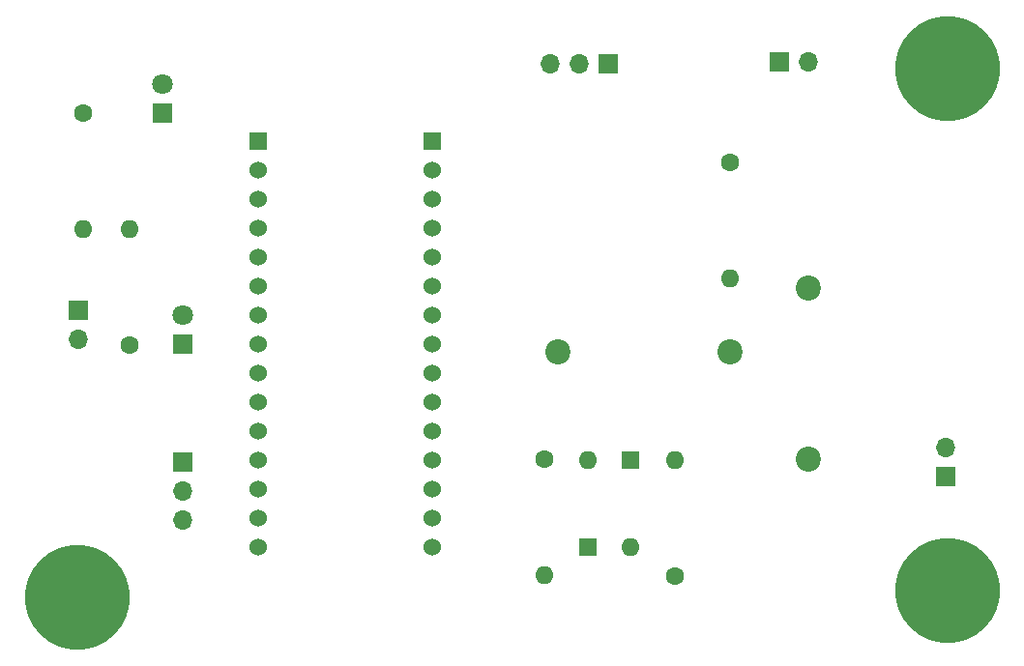
<source format=gbr>
%TF.GenerationSoftware,KiCad,Pcbnew,8.0.0*%
%TF.CreationDate,2024-05-29T15:57:02+02:00*%
%TF.ProjectId,FIR_filter_G431KB,4649525f-6669-46c7-9465-725f47343331,rev?*%
%TF.SameCoordinates,Original*%
%TF.FileFunction,Copper,L1,Top*%
%TF.FilePolarity,Positive*%
%FSLAX46Y46*%
G04 Gerber Fmt 4.6, Leading zero omitted, Abs format (unit mm)*
G04 Created by KiCad (PCBNEW 8.0.0) date 2024-05-29 15:57:02*
%MOMM*%
%LPD*%
G01*
G04 APERTURE LIST*
%TA.AperFunction,ComponentPad*%
%ADD10C,1.600000*%
%TD*%
%TA.AperFunction,ComponentPad*%
%ADD11O,1.600000X1.600000*%
%TD*%
%TA.AperFunction,ComponentPad*%
%ADD12R,1.600000X1.600000*%
%TD*%
%TA.AperFunction,ComponentPad*%
%ADD13C,2.200000*%
%TD*%
%TA.AperFunction,ComponentPad*%
%ADD14R,1.530000X1.530000*%
%TD*%
%TA.AperFunction,ComponentPad*%
%ADD15C,1.530000*%
%TD*%
%TA.AperFunction,ComponentPad*%
%ADD16R,1.700000X1.700000*%
%TD*%
%TA.AperFunction,ComponentPad*%
%ADD17O,1.700000X1.700000*%
%TD*%
%TA.AperFunction,ComponentPad*%
%ADD18C,9.200000*%
%TD*%
%TA.AperFunction,ComponentPad*%
%ADD19R,1.800000X1.800000*%
%TD*%
%TA.AperFunction,ComponentPad*%
%ADD20C,1.800000*%
%TD*%
G04 APERTURE END LIST*
D10*
%TO.P,R4,1*%
%TO.N,GND*%
X241300000Y-110550000D03*
D11*
%TO.P,R4,2*%
%TO.N,Net-(J5-Pin_1)*%
X241300000Y-120710000D03*
%TD*%
D10*
%TO.P,R3,1*%
%TO.N,Net-(D3-K)*%
X184700000Y-106200000D03*
D11*
%TO.P,R3,2*%
%TO.N,GND*%
X184700000Y-116360000D03*
%TD*%
D10*
%TO.P,R1,1*%
%TO.N,AN_IN*%
X225120000Y-136560000D03*
D11*
%TO.P,R1,2*%
%TO.N,3.3V*%
X225120000Y-146720000D03*
%TD*%
D12*
%TO.P,D1,1,K*%
%TO.N,3.3V*%
X228910000Y-144240000D03*
D11*
%TO.P,D1,2,A*%
%TO.N,AN_IN*%
X228910000Y-136620000D03*
%TD*%
D10*
%TO.P,R2,1*%
%TO.N,GND*%
X236500000Y-146800000D03*
D11*
%TO.P,R2,2*%
%TO.N,AN_IN*%
X236500000Y-136640000D03*
%TD*%
D10*
%TO.P,R5,1*%
%TO.N,Net-(D4-K)*%
X188770000Y-126530000D03*
D11*
%TO.P,R5,2*%
%TO.N,GND*%
X188770000Y-116370000D03*
%TD*%
D13*
%TO.P,C1,1*%
%TO.N,Analog_In*%
X248200000Y-121550000D03*
%TO.P,C1,2*%
%TO.N,AN_IN*%
X248200000Y-136550000D03*
%TD*%
D12*
%TO.P,D2,1,K*%
%TO.N,AN_IN*%
X232600000Y-136640000D03*
D11*
%TO.P,D2,2,A*%
%TO.N,GND*%
X232600000Y-144260000D03*
%TD*%
D14*
%TO.P,U1,CN3_1,PA9*%
%TO.N,unconnected-(U1A-PA9-PadCN3_1)*%
X200060000Y-108700000D03*
D15*
%TO.P,U1,CN3_2,PA10*%
%TO.N,unconnected-(U1A-PA10-PadCN3_2)*%
X200060000Y-111240000D03*
%TO.P,U1,CN3_3,NRST_CN3*%
%TO.N,unconnected-(U1A-NRST_CN3-PadCN3_3)*%
X200060000Y-113780000D03*
%TO.P,U1,CN3_4,GND_CN3*%
%TO.N,GND*%
X200060000Y-116320000D03*
%TO.P,U1,CN3_5,PA12*%
%TO.N,unconnected-(U1A-PA12-PadCN3_5)*%
X200060000Y-118860000D03*
%TO.P,U1,CN3_6,PB0*%
%TO.N,LED1*%
X200060000Y-121400000D03*
%TO.P,U1,CN3_7,PB7*%
%TO.N,LED2*%
X200060000Y-123940000D03*
%TO.P,U1,CN3_8,PB6*%
%TO.N,unconnected-(U1A-PB6-PadCN3_8)*%
X200060000Y-126480000D03*
%TO.P,U1,CN3_9,PB1*%
%TO.N,unconnected-(U1A-PB1-PadCN3_9)*%
X200060000Y-129020000D03*
%TO.P,U1,CN3_10,PC14*%
%TO.N,unconnected-(U1A-PC14-PadCN3_10)*%
X200060000Y-131560000D03*
%TO.P,U1,CN3_11,PC15*%
%TO.N,unconnected-(U1A-PC15-PadCN3_11)*%
X200060000Y-134100000D03*
%TO.P,U1,CN3_12,PA8*%
%TO.N,unconnected-(U1A-PA8-PadCN3_12)*%
X200060000Y-136640000D03*
%TO.P,U1,CN3_13,PA11*%
%TO.N,CHOICE*%
X200060000Y-139180000D03*
%TO.P,U1,CN3_14,PB5*%
%TO.N,unconnected-(U1A-PB5-PadCN3_14)*%
X200060000Y-141720000D03*
%TO.P,U1,CN3_15,PB4*%
%TO.N,unconnected-(U1A-PB4-PadCN3_15)*%
X200060000Y-144260000D03*
D14*
%TO.P,U1,CN4_1,VIN*%
%TO.N,Vin*%
X215300000Y-108700000D03*
D15*
%TO.P,U1,CN4_2,GND_CN4*%
%TO.N,GND*%
X215300000Y-111240000D03*
%TO.P,U1,CN4_3,NRST_CN4*%
%TO.N,unconnected-(U1B-NRST_CN4-PadCN4_3)*%
X215300000Y-113780000D03*
%TO.P,U1,CN4_4,+5V*%
%TO.N,5V*%
X215300000Y-116320000D03*
%TO.P,U1,CN4_5,PA2*%
%TO.N,unconnected-(U1B-PA2-PadCN4_5)*%
X215300000Y-118860000D03*
%TO.P,U1,CN4_6,PA7*%
%TO.N,unconnected-(U1B-PA7-PadCN4_6)*%
X215300000Y-121400000D03*
%TO.P,U1,CN4_7,PA6*%
%TO.N,unconnected-(U1B-PA6-PadCN4_7)*%
X215300000Y-123940000D03*
%TO.P,U1,CN4_8,PA5*%
%TO.N,unconnected-(U1B-PA5-PadCN4_8)*%
X215300000Y-126480000D03*
%TO.P,U1,CN4_9,PA4*%
%TO.N,DAC_OUT*%
X215300000Y-129020000D03*
%TO.P,U1,CN4_10,PA3*%
%TO.N,unconnected-(U1B-PA3-PadCN4_10)*%
X215300000Y-131560000D03*
%TO.P,U1,CN4_11,PA1*%
%TO.N,unconnected-(U1B-PA1-PadCN4_11)*%
X215300000Y-134100000D03*
%TO.P,U1,CN4_12,PA0*%
%TO.N,AN_IN*%
X215300000Y-136640000D03*
%TO.P,U1,CN4_13,AREF*%
%TO.N,unconnected-(U1B-AREF-PadCN4_13)*%
X215300000Y-139180000D03*
%TO.P,U1,CN4_14,+3V3*%
%TO.N,3.3V*%
X215300000Y-141720000D03*
%TO.P,U1,CN4_15,PB3*%
%TO.N,unconnected-(U1B-PB3-PadCN4_15)*%
X215300000Y-144260000D03*
%TD*%
D16*
%TO.P,J4,1,Pin_1*%
%TO.N,GND*%
X184300000Y-123500000D03*
D17*
%TO.P,J4,2,Pin_2*%
%TO.N,Vin*%
X184300000Y-126040000D03*
%TD*%
D13*
%TO.P,C2,1*%
%TO.N,DAC_OUT*%
X226300000Y-127100000D03*
%TO.P,C2,2*%
%TO.N,Net-(J5-Pin_1)*%
X241300000Y-127100000D03*
%TD*%
D18*
%TO.P,,1*%
%TO.N,N/C*%
X260350000Y-102300000D03*
%TD*%
D16*
%TO.P,J5,1,Pin_1*%
%TO.N,Net-(J5-Pin_1)*%
X260200000Y-138040000D03*
D17*
%TO.P,J5,2,Pin_2*%
%TO.N,GND*%
X260200000Y-135500000D03*
%TD*%
D16*
%TO.P,J1,1,Pin_1*%
%TO.N,GND*%
X193450000Y-136800000D03*
D17*
%TO.P,J1,2,Pin_2*%
%TO.N,CHOICE*%
X193450000Y-139340000D03*
%TO.P,J1,3,Pin_3*%
%TO.N,3.3V*%
X193450000Y-141880000D03*
%TD*%
D18*
%TO.P,REF\u002A\u002A,1*%
%TO.N,N/C*%
X260350000Y-148000000D03*
%TD*%
D19*
%TO.P,D3,1,K*%
%TO.N,Net-(D3-K)*%
X191600000Y-106240000D03*
D20*
%TO.P,D3,2,A*%
%TO.N,LED1*%
X191600000Y-103700000D03*
%TD*%
D16*
%TO.P,J2,1,Pin_1*%
%TO.N,DAC_OUT*%
X230700000Y-101900000D03*
D17*
%TO.P,J2,2,Pin_2*%
%TO.N,GND*%
X228160000Y-101900000D03*
%TO.P,J2,3,Pin_3*%
%TO.N,Analog_In*%
X225620000Y-101900000D03*
%TD*%
D18*
%TO.P,REF\u002A\u002A,1*%
%TO.N,N/C*%
X184150000Y-148650000D03*
%TD*%
D16*
%TO.P,J3,1,Pin_1*%
%TO.N,GND*%
X245660000Y-101700000D03*
D17*
%TO.P,J3,2,Pin_2*%
%TO.N,Analog_In*%
X248200000Y-101700000D03*
%TD*%
D19*
%TO.P,D4,1,K*%
%TO.N,Net-(D4-K)*%
X193400000Y-126440000D03*
D20*
%TO.P,D4,2,A*%
%TO.N,LED2*%
X193400000Y-123900000D03*
%TD*%
M02*

</source>
